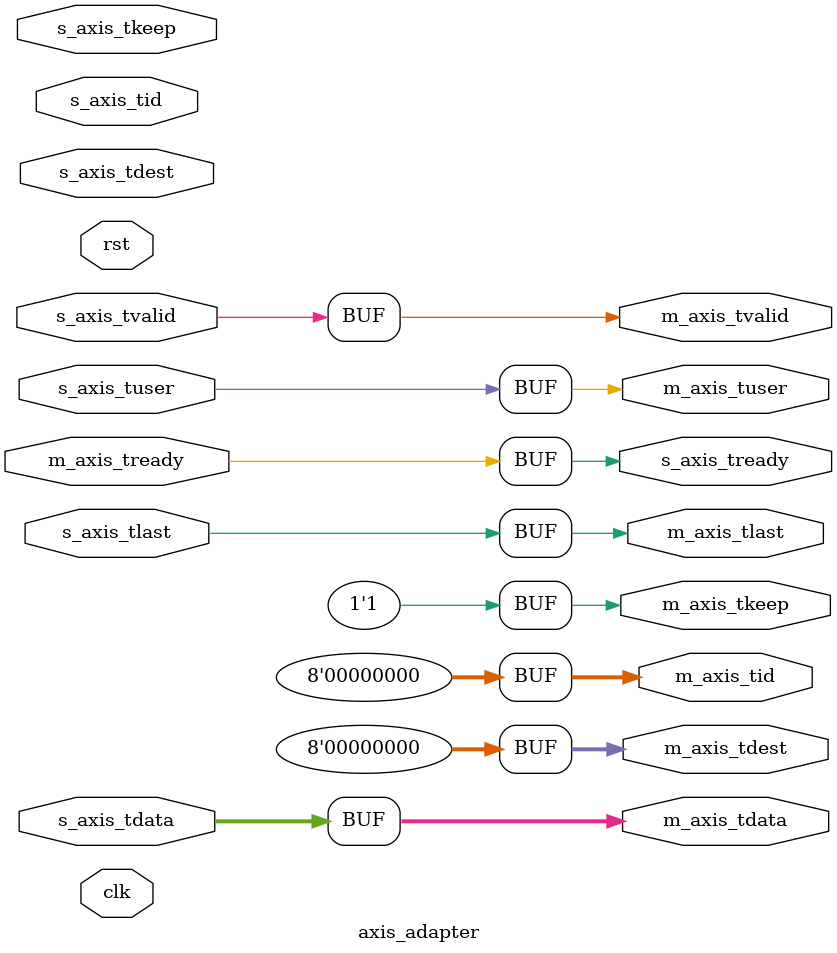
<source format=v>
/*

Copyright (c) 2014-2023 Alex Forencich

Permission is hereby granted, free of charge, to any person obtaining a copy
of this software and associated documentation files (the "Software"), to deal
in the Software without restriction, including without limitation the rights
to use, copy, modify, merge, publish, distribute, sublicense, and/or sell
copies of the Software, and to permit persons to whom the Software is
furnished to do so, subject to the following conditions:

The above copyright notice and this permission notice shall be included in
all copies or substantial portions of the Software.

THE SOFTWARE IS PROVIDED "AS IS", WITHOUT WARRANTY OF ANY KIND, EXPRESS OR
IMPLIED, INCLUDING BUT NOT LIMITED TO THE WARRANTIES OF MERCHANTABILITY
FITNESS FOR A PARTICULAR PURPOSE AND NONINFRINGEMENT. IN NO EVENT SHALL THE
AUTHORS OR COPYRIGHT HOLDERS BE LIABLE FOR ANY CLAIM, DAMAGES OR OTHER
LIABILITY, WHETHER IN AN ACTION OF CONTRACT, TORT OR OTHERWISE, ARISING FROM,
OUT OF OR IN CONNECTION WITH THE SOFTWARE OR THE USE OR OTHER DEALINGS IN
THE SOFTWARE.

*/

// Language: Verilog 2001

`resetall
`timescale 1ns / 1ps
`default_nettype none

/*
 * AXI4-Stream bus width adapter
 */
module axis_adapter #
(
    // Width of input AXI stream interface in bits
    parameter S_DATA_WIDTH = 8,
    // Propagate tkeep signal on input interface
    // If disabled, tkeep assumed to be 1'b1
    parameter S_KEEP_ENABLE = (S_DATA_WIDTH>8),
    // tkeep signal width (words per cycle) on input interface
    parameter S_KEEP_WIDTH = ((S_DATA_WIDTH+7)/8),
    // Width of output AXI stream interface in bits
    parameter M_DATA_WIDTH = 8,
    // Propagate tkeep signal on output interface
    // If disabled, tkeep assumed to be 1'b1
    parameter M_KEEP_ENABLE = (M_DATA_WIDTH>8),
    // tkeep signal width (words per cycle) on output interface
    parameter M_KEEP_WIDTH = ((M_DATA_WIDTH+7)/8),
    // Propagate tid signal
    parameter ID_ENABLE = 0,
    // tid signal width
    parameter ID_WIDTH = 8,
    // Propagate tdest signal
    parameter DEST_ENABLE = 0,
    // tdest signal width
    parameter DEST_WIDTH = 8,
    // Propagate tuser signal
    parameter USER_ENABLE = 1,
    // tuser signal width
    parameter USER_WIDTH = 1
)
(
    input  wire                     clk,
    input  wire                     rst,

    /*
     * AXI input
     */
    input  wire [S_DATA_WIDTH-1:0]  s_axis_tdata,
    input  wire [S_KEEP_WIDTH-1:0]  s_axis_tkeep,
    input  wire                     s_axis_tvalid,
    output wire                     s_axis_tready,
    input  wire                     s_axis_tlast,
    input  wire [ID_WIDTH-1:0]      s_axis_tid,
    input  wire [DEST_WIDTH-1:0]    s_axis_tdest,
    input  wire [USER_WIDTH-1:0]    s_axis_tuser,

    /*
     * AXI output
     */
    output wire [M_DATA_WIDTH-1:0]  m_axis_tdata,
    output wire [M_KEEP_WIDTH-1:0]  m_axis_tkeep,
    output wire                     m_axis_tvalid,
    input  wire                     m_axis_tready,
    output wire                     m_axis_tlast,
    output wire [ID_WIDTH-1:0]      m_axis_tid,
    output wire [DEST_WIDTH-1:0]    m_axis_tdest,
    output wire [USER_WIDTH-1:0]    m_axis_tuser
);

// force keep width to 1 when disabled
localparam S_BYTE_LANES = S_KEEP_ENABLE ? S_KEEP_WIDTH : 1;
localparam M_BYTE_LANES = M_KEEP_ENABLE ? M_KEEP_WIDTH : 1;

// bus byte sizes (must be identical)
localparam S_BYTE_SIZE = S_DATA_WIDTH / S_BYTE_LANES;
localparam M_BYTE_SIZE = M_DATA_WIDTH / M_BYTE_LANES;

// bus width assertions
`ifndef SYNTHESIS
    initial begin
        if (S_BYTE_SIZE * S_BYTE_LANES != S_DATA_WIDTH) begin
            $error("Error: input data width not evenly divisible (instance %m)");
            $finish;
        end
    
        if (M_BYTE_SIZE * M_BYTE_LANES != M_DATA_WIDTH) begin
            $error("Error: output data width not evenly divisible (instance %m)");
            $finish;
        end
    
        if (S_BYTE_SIZE != M_BYTE_SIZE) begin
            $error("Error: byte size mismatch (instance %m)");
            $finish;
        end
    end
`endif

generate

if (M_BYTE_LANES == S_BYTE_LANES) begin : bypass
    // same width; bypass

    assign s_axis_tready = m_axis_tready;

    assign m_axis_tdata  = s_axis_tdata;
    assign m_axis_tkeep  = M_KEEP_ENABLE ? s_axis_tkeep : {M_KEEP_WIDTH{1'b1}};
    assign m_axis_tvalid = s_axis_tvalid;
    assign m_axis_tlast  = s_axis_tlast;
    assign m_axis_tid    = ID_ENABLE   ? s_axis_tid   : {ID_WIDTH{1'b0}};
    assign m_axis_tdest  = DEST_ENABLE ? s_axis_tdest : {DEST_WIDTH{1'b0}};
    assign m_axis_tuser  = USER_ENABLE ? s_axis_tuser : {USER_WIDTH{1'b0}};

end else if (M_BYTE_LANES > S_BYTE_LANES) begin : upsize
    // output is wider; upsize

    // required number of segments in wider bus
    localparam SEG_COUNT = M_BYTE_LANES / S_BYTE_LANES;
    // data width and keep width per segment
    localparam SEG_DATA_WIDTH = M_DATA_WIDTH / SEG_COUNT;
    localparam SEG_KEEP_WIDTH = M_BYTE_LANES / SEG_COUNT;

    reg [$clog2(SEG_COUNT)-1:0] seg_reg = 0;

    reg [S_DATA_WIDTH-1:0] s_axis_tdata_reg = {S_DATA_WIDTH{1'b0}};
    reg [S_KEEP_WIDTH-1:0] s_axis_tkeep_reg = {S_KEEP_WIDTH{1'b0}};
    reg s_axis_tvalid_reg = 1'b0;
    reg s_axis_tlast_reg = 1'b0;
    reg [ID_WIDTH-1:0] s_axis_tid_reg = {ID_WIDTH{1'b0}};
    reg [DEST_WIDTH-1:0] s_axis_tdest_reg = {DEST_WIDTH{1'b0}};
    reg [USER_WIDTH-1:0] s_axis_tuser_reg = {USER_WIDTH{1'b0}};

    reg [M_DATA_WIDTH-1:0] m_axis_tdata_reg = {M_DATA_WIDTH{1'b0}};
    reg [M_KEEP_WIDTH-1:0] m_axis_tkeep_reg = {M_KEEP_WIDTH{1'b0}};
    reg m_axis_tvalid_reg = 1'b0;
    reg m_axis_tlast_reg = 1'b0;
    reg [ID_WIDTH-1:0] m_axis_tid_reg = {ID_WIDTH{1'b0}};
    reg [DEST_WIDTH-1:0] m_axis_tdest_reg = {DEST_WIDTH{1'b0}};
    reg [USER_WIDTH-1:0] m_axis_tuser_reg = {USER_WIDTH{1'b0}};

    assign s_axis_tready = !s_axis_tvalid_reg;

    assign m_axis_tdata  = m_axis_tdata_reg;
    assign m_axis_tkeep  = M_KEEP_ENABLE ? m_axis_tkeep_reg : {M_KEEP_WIDTH{1'b1}};
    assign m_axis_tvalid = m_axis_tvalid_reg;
    assign m_axis_tlast  = m_axis_tlast_reg;
    assign m_axis_tid    = ID_ENABLE   ? m_axis_tid_reg   : {ID_WIDTH{1'b0}};
    assign m_axis_tdest  = DEST_ENABLE ? m_axis_tdest_reg : {DEST_WIDTH{1'b0}};
    assign m_axis_tuser  = USER_ENABLE ? m_axis_tuser_reg : {USER_WIDTH{1'b0}};

    always @(posedge clk) begin
        m_axis_tvalid_reg <= m_axis_tvalid_reg && !m_axis_tready;

        if (!m_axis_tvalid_reg || m_axis_tready) begin
            // output register empty

            if (seg_reg == 0) begin
                m_axis_tdata_reg[seg_reg*SEG_DATA_WIDTH +: SEG_DATA_WIDTH] <= s_axis_tvalid_reg ? s_axis_tdata_reg : s_axis_tdata;
                m_axis_tkeep_reg <= s_axis_tvalid_reg ? s_axis_tkeep_reg : s_axis_tkeep;
            end else begin
                m_axis_tdata_reg[seg_reg*SEG_DATA_WIDTH +: SEG_DATA_WIDTH] <= s_axis_tdata;
                m_axis_tkeep_reg[seg_reg*SEG_KEEP_WIDTH +: SEG_KEEP_WIDTH] <= s_axis_tkeep;
            end
            m_axis_tlast_reg <= s_axis_tvalid_reg ? s_axis_tlast_reg : s_axis_tlast;
            m_axis_tid_reg <= s_axis_tvalid_reg ? s_axis_tid_reg : s_axis_tid;
            m_axis_tdest_reg <= s_axis_tvalid_reg ? s_axis_tdest_reg : s_axis_tdest;
            m_axis_tuser_reg <= s_axis_tvalid_reg ? s_axis_tuser_reg : s_axis_tuser;

            if (s_axis_tvalid_reg) begin
                // consume data from buffer
                s_axis_tvalid_reg <= 1'b0;

                if (s_axis_tlast_reg || seg_reg == SEG_COUNT-1) begin
                    seg_reg <= 0;
                    m_axis_tvalid_reg <= 1'b1;
                end else begin
                    seg_reg <= seg_reg + 1;
                end
            end else if (s_axis_tvalid) begin
                // data direct from input
                if (s_axis_tlast || seg_reg == SEG_COUNT-1) begin
                    seg_reg <= 0;
                    m_axis_tvalid_reg <= 1'b1;
                end else begin
                    seg_reg <= seg_reg + 1;
                end
            end
        end else if (s_axis_tvalid && s_axis_tready) begin
            // store input data in skid buffer
            s_axis_tdata_reg <= s_axis_tdata;
            s_axis_tkeep_reg <= s_axis_tkeep;
            s_axis_tvalid_reg <= 1'b1;
            s_axis_tlast_reg <= s_axis_tlast;
            s_axis_tid_reg <= s_axis_tid;
            s_axis_tdest_reg <= s_axis_tdest;
            s_axis_tuser_reg <= s_axis_tuser;
        end

        if (rst) begin
            seg_reg <= 0;
            s_axis_tvalid_reg <= 1'b0;
            m_axis_tvalid_reg <= 1'b0;
        end
    end

end else begin : downsize
    // output is narrower; downsize

    // required number of segments in wider bus
    localparam SEG_COUNT = S_BYTE_LANES / M_BYTE_LANES;
    // data width and keep width per segment
    localparam SEG_DATA_WIDTH = S_DATA_WIDTH / SEG_COUNT;
    localparam SEG_KEEP_WIDTH = S_BYTE_LANES / SEG_COUNT;

    reg [S_DATA_WIDTH-1:0] s_axis_tdata_reg = {S_DATA_WIDTH{1'b0}};
    reg [S_KEEP_WIDTH-1:0] s_axis_tkeep_reg = {S_KEEP_WIDTH{1'b0}};
    reg s_axis_tvalid_reg = 1'b0;
    reg s_axis_tlast_reg = 1'b0;
    reg [ID_WIDTH-1:0] s_axis_tid_reg = {ID_WIDTH{1'b0}};
    reg [DEST_WIDTH-1:0] s_axis_tdest_reg = {DEST_WIDTH{1'b0}};
    reg [USER_WIDTH-1:0] s_axis_tuser_reg = {USER_WIDTH{1'b0}};

    reg [M_DATA_WIDTH-1:0] m_axis_tdata_reg = {M_DATA_WIDTH{1'b0}};
    reg [M_KEEP_WIDTH-1:0] m_axis_tkeep_reg = {M_KEEP_WIDTH{1'b0}};
    reg m_axis_tvalid_reg = 1'b0;
    reg m_axis_tlast_reg = 1'b0;
    reg [ID_WIDTH-1:0] m_axis_tid_reg = {ID_WIDTH{1'b0}};
    reg [DEST_WIDTH-1:0] m_axis_tdest_reg = {DEST_WIDTH{1'b0}};
    reg [USER_WIDTH-1:0] m_axis_tuser_reg = {USER_WIDTH{1'b0}};

    assign s_axis_tready = !s_axis_tvalid_reg;

    assign m_axis_tdata  = m_axis_tdata_reg;
    assign m_axis_tkeep  = M_KEEP_ENABLE ? m_axis_tkeep_reg : {M_KEEP_WIDTH{1'b1}};
    assign m_axis_tvalid = m_axis_tvalid_reg;
    assign m_axis_tlast  = m_axis_tlast_reg;
    assign m_axis_tid    = ID_ENABLE   ? m_axis_tid_reg   : {ID_WIDTH{1'b0}};
    assign m_axis_tdest  = DEST_ENABLE ? m_axis_tdest_reg : {DEST_WIDTH{1'b0}};
    assign m_axis_tuser  = USER_ENABLE ? m_axis_tuser_reg : {USER_WIDTH{1'b0}};

    always @(posedge clk) begin
        m_axis_tvalid_reg <= m_axis_tvalid_reg && !m_axis_tready;

        if (!m_axis_tvalid_reg || m_axis_tready) begin
            // output register empty

            m_axis_tdata_reg <= s_axis_tvalid_reg ? s_axis_tdata_reg : s_axis_tdata;
            m_axis_tkeep_reg <= s_axis_tvalid_reg ? s_axis_tkeep_reg : s_axis_tkeep;
            m_axis_tlast_reg <= 1'b0;
            m_axis_tid_reg <= s_axis_tvalid_reg ? s_axis_tid_reg : s_axis_tid;
            m_axis_tdest_reg <= s_axis_tvalid_reg ? s_axis_tdest_reg : s_axis_tdest;
            m_axis_tuser_reg <= s_axis_tvalid_reg ? s_axis_tuser_reg : s_axis_tuser;

            if (s_axis_tvalid_reg) begin
                // buffer has data; shift out from buffer
                s_axis_tdata_reg <= s_axis_tdata_reg >> SEG_DATA_WIDTH;
                s_axis_tkeep_reg <= s_axis_tkeep_reg >> SEG_KEEP_WIDTH;

                m_axis_tvalid_reg <= 1'b1;

                if ((s_axis_tkeep_reg >> SEG_KEEP_WIDTH) == 0) begin
                    s_axis_tvalid_reg <= 1'b0;
                    m_axis_tlast_reg <= s_axis_tlast_reg;
                end
            end else if (s_axis_tvalid && s_axis_tready) begin
                // buffer is empty; store from input
                s_axis_tdata_reg <= s_axis_tdata >> SEG_DATA_WIDTH;
                s_axis_tkeep_reg <= s_axis_tkeep >> SEG_KEEP_WIDTH;
                s_axis_tlast_reg <= s_axis_tlast;
                s_axis_tid_reg <= s_axis_tid;
                s_axis_tdest_reg <= s_axis_tdest;
                s_axis_tuser_reg <= s_axis_tuser;

                m_axis_tvalid_reg <= 1'b1;

                if ((s_axis_tkeep >> SEG_KEEP_WIDTH) == 0) begin
                    s_axis_tvalid_reg <= 1'b0;
                    m_axis_tlast_reg <= s_axis_tlast;
                end else begin
                    s_axis_tvalid_reg <= 1'b1;
                end
            end
        end else if (s_axis_tvalid && s_axis_tready) begin
            // store input data
            s_axis_tdata_reg <= s_axis_tdata;
            s_axis_tkeep_reg <= s_axis_tkeep;
            s_axis_tvalid_reg <= 1'b1;
            s_axis_tlast_reg <= s_axis_tlast;
            s_axis_tid_reg <= s_axis_tid;
            s_axis_tdest_reg <= s_axis_tdest;
            s_axis_tuser_reg <= s_axis_tuser;
        end

        if (rst) begin
            s_axis_tvalid_reg <= 1'b0;
            m_axis_tvalid_reg <= 1'b0;
        end
    end

end

endgenerate

endmodule

`resetall

</source>
